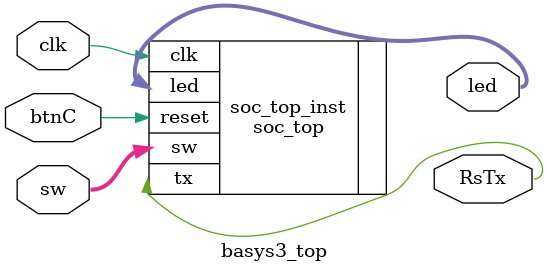
<source format=sv>
module basys3_top (
	input logic clk, btnC,
	input logic [3:0] sw,
	output logic [3:0] led,
	output logic RsTx
);
	soc_top soc_top_inst (
		.clk,
		.reset(btnC),
		.sw(sw),
		.led(led),
		.tx(RsTx)
	);
endmodule
</source>
